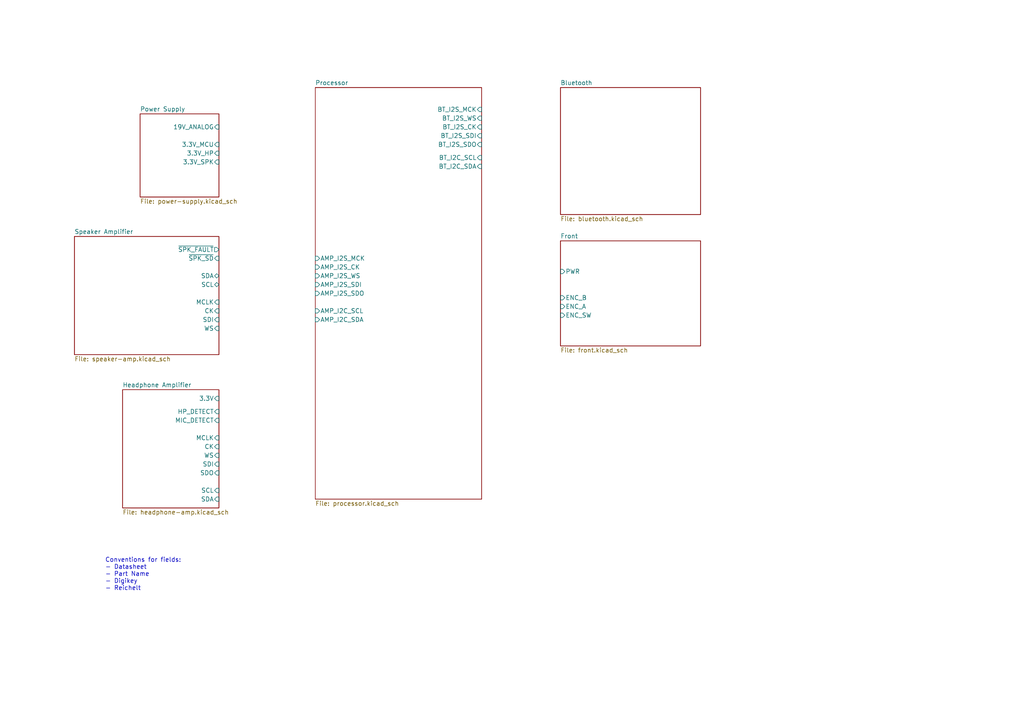
<source format=kicad_sch>
(kicad_sch (version 20201015) (generator eeschema)
  (page 1 7)
  (paper "A4")
  (lib_symbols)
  (text "Conventions for fields:\n- Datasheet\n- Part Name\n- Digikey\n- Reichelt" (at 30.48 171.45 0) (effects (font (size 1.27 1.27)) (justify left bottom)))
  (sheet (at 162.56 25.4) (size 40.64 36.83)
    (property "Schaltplanname" "Bluetooth" (at 162.56 24.7645 0) (effects (justify left bottom)))
    (property "Dateiname Blatt" "bluetooth.kicad_sch" (at 162.56 62.7385 0) (effects (justify left top)))
  )
  (sheet (at 162.56 69.85) (size 40.64 30.48)
    (property "Schaltplanname" "Front" (at 162.56 69.2145 0) (effects (justify left bottom)))
    (property "Dateiname Blatt" "front.kicad_sch" (at 162.56 100.8385 0) (effects (justify left top)))
    (pin "PWR" input (at 162.56 78.74 180))
    (pin "ENC_B" input (at 162.56 86.36 180))
    (pin "ENC_A" input (at 162.56 88.9 180))
    (pin "ENC_SW" input (at 162.56 91.44 180))
  )
  (sheet (at 35.56 113.03) (size 27.94 34.29)
    (property "Schaltplanname" "Headphone Amplifier" (at 35.56 112.3945 0) (effects (justify left bottom)))
    (property "Dateiname Blatt" "headphone-amp.kicad_sch" (at 35.56 147.8285 0) (effects (justify left top)))
    (pin "3.3V" input (at 63.5 115.57 0))
    (pin "HP_DETECT" input (at 63.5 119.38 0))
    (pin "MIC_DETECT" input (at 63.5 121.92 0))
    (pin "MCLK" input (at 63.5 127 0))
    (pin "CK" input (at 63.5 129.54 0))
    (pin "WS" input (at 63.5 132.08 0))
    (pin "SDI" input (at 63.5 134.62 0))
    (pin "SDO" input (at 63.5 137.16 0))
    (pin "SCL" input (at 63.5 142.24 0))
    (pin "SDA" input (at 63.5 144.78 0))
  )
  (sheet (at 40.64 33.02) (size 22.86 24.13)
    (property "Schaltplanname" "Power Supply" (at 40.64 32.3845 0) (effects (justify left bottom)))
    (property "Dateiname Blatt" "power-supply.kicad_sch" (at 40.64 57.6585 0) (effects (justify left top)))
    (pin "19V_ANALOG" input (at 63.5 36.83 0))
    (pin "3.3V_MCU" input (at 63.5 41.91 0))
    (pin "3.3V_HP" input (at 63.5 44.45 0))
    (pin "3.3V_SPK" input (at 63.5 46.99 0))
  )
  (sheet (at 91.44 25.4) (size 48.26 119.38)
    (property "Schaltplanname" "Processor" (at 91.44 24.7645 0) (effects (justify left bottom)))
    (property "Dateiname Blatt" "processor.kicad_sch" (at 91.44 145.2885 0) (effects (justify left top)))
    (pin "AMP_I2S_MCK" input (at 91.44 74.93 180))
    (pin "AMP_I2S_CK" input (at 91.44 77.47 180))
    (pin "AMP_I2S_WS" input (at 91.44 80.01 180))
    (pin "AMP_I2S_SDI" input (at 91.44 82.55 180))
    (pin "AMP_I2S_SDO" input (at 91.44 85.09 180))
    (pin "BT_I2S_WS" input (at 139.7 34.29 0))
    (pin "BT_I2S_CK" input (at 139.7 36.83 0))
    (pin "BT_I2S_SDI" input (at 139.7 39.37 0))
    (pin "BT_I2S_SDO" input (at 139.7 41.91 0))
    (pin "BT_I2S_MCK" input (at 139.7 31.75 0))
    (pin "AMP_I2C_SDA" input (at 91.44 92.71 180))
    (pin "AMP_I2C_SCL" input (at 91.44 90.17 180))
    (pin "BT_I2C_SCL" input (at 139.7 45.72 0))
    (pin "BT_I2C_SDA" input (at 139.7 48.26 0))
  )
  (sheet (at 21.59 68.58) (size 41.91 34.29)
    (property "Schaltplanname" "Speaker Amplifier" (at 21.59 67.9445 0) (effects (justify left bottom)))
    (property "Dateiname Blatt" "speaker-amp.kicad_sch" (at 21.59 103.3785 0) (effects (justify left top)))
    (pin "SDI" input (at 63.5 92.71 0))
    (pin "~SPK_SD" input (at 63.5 74.93 0))
    (pin "~SPK_FAULT" output (at 63.5 72.39 0))
    (pin "SDA" bidirectional (at 63.5 80.01 0))
    (pin "MCLK" input (at 63.5 87.63 0))
    (pin "CK" input (at 63.5 90.17 0))
    (pin "WS" input (at 63.5 95.25 0))
    (pin "SCL" bidirectional (at 63.5 82.55 0))
  )
)
</source>
